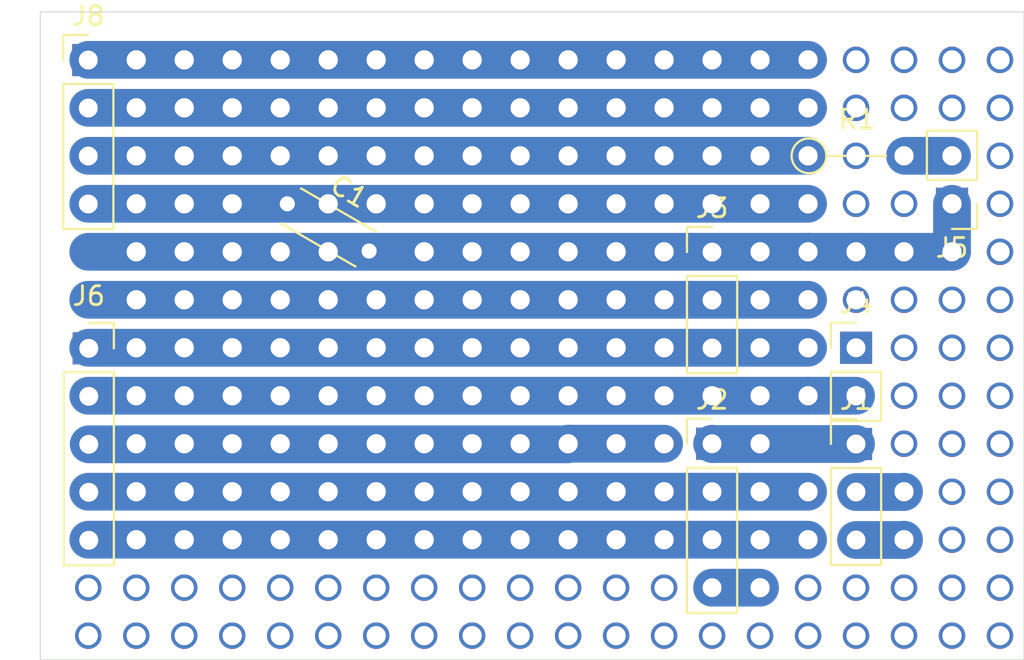
<source format=kicad_pcb>
(kicad_pcb (version 20240108) (generator "pcbnew") (generator_version "8.0")
  (layers (0 "F.Cu" signal) (1 "In1.Cu" jumper "J1.Cu") (2 "In2.Cu" jumper "J2.Cu") (3 "In3.Cu" jumper "J3.Cu") (4 "In4.Cu" jumper "J4.Cu") (5 "In5.Cu" jumper "J5.Cu") (6 "In6.Cu" jumper "J6.Cu") (7 "In7.Cu" jumper "J7.Cu") (8 "In8.Cu" jumper "J8.Cu") (31 "B.Cu" signal) (34 "B.Paste" user) (35 "F.Paste" user) (36 "B.SilkS" user "B.Silkscreen") (37 "F.SilkS" user "F.Silkscreen") (38 "B.Mask" user) (39 "F.Mask" user) (44 "Edge.Cuts" user))
  (net 0 "")
  (net 1 "/Inductive_12V")
  (net 2 "GND")
  (net 3 "+12V")
  (net 4 "/Ultrasonic.Echo")
  (net 5 "/Ultrasonic.Trigg")
  (net 6 "+3V3")
  (net 7 "/LDR+")
  (net 8 "/LED+")
  (net 9 "+5V")
  (net 10 "/SG90_PWM")
  (footprint "Capacitor_THT:C_Disc_D4.3mm_W1.9mm_P5.00mm" (layer "F.Cu") (at 113.074936 60.16 -30)
    (property "Reference" "C1" (at 2.5 -2.2 150) (layer "F.SilkS"))
    (property "Value" "100nF")
    (fp_line (start 0.23 1.07) (end 4.77 1.070001) (stroke (width 0.12)) (layer "F.SilkS"))
    (fp_line (start 0.23 1.055) (end 0.23 1.07) (stroke (width 0.12)) (layer "F.SilkS"))
    (fp_line (start 0.23 -1.070001) (end 0.23 -1.055) (stroke (width 0.12)) (layer "F.SilkS"))
    (fp_line (start 0.23 -1.070001) (end 4.770001 -1.07) (stroke (width 0.12)) (layer "F.SilkS"))
    (fp_line (start 4.77 1.055) (end 4.77 1.070001) (stroke (width 0.12)) (layer "F.SilkS"))
    (fp_line (start 4.770001 -1.07) (end 4.77 -1.055) (stroke (width 0.12)) (layer "F.SilkS"))
    (pad "1" thru_hole circle (at 0 0 330) (size 1.6 1.6) (drill 0.8) (layers "*.Cu" "*.Mask") (net 6 "+3V3"))
    (pad "2" thru_hole circle (at 5 0 330) (size 1.6 1.6) (drill 0.8) (layers "*.Cu" "*.Mask") (net 2 "GND"))
  )
  (footprint "Connector_PinHeader_2.54mm:PinHeader_1x02_P2.54mm_Vertical" (layer "F.Cu") (at 143.18 67.78)
    (property "Reference" "J4" (at 0 -2.33 0) (layer "F.SilkS"))
    (property "Value" "LDR")
    (fp_line (start -1.33 -1.33) (end 0 -1.33) (stroke (width 0.12)) (layer "F.SilkS"))
    (fp_line (start -1.33 0) (end -1.33 -1.33) (stroke (width 0.12)) (layer "F.SilkS"))
    (fp_line (start -1.33 1.27) (end -1.33 3.87) (stroke (width 0.12)) (layer "F.SilkS"))
    (fp_line (start -1.33 1.27) (end 1.33 1.27) (stroke (width 0.12)) (layer "F.SilkS"))
    (fp_line (start -1.33 3.87) (end 1.33 3.87) (stroke (width 0.12)) (layer "F.SilkS"))
    (fp_line (start 1.33 1.27) (end 1.33 3.87) (stroke (width 0.12)) (layer "F.SilkS"))
    (pad "1" thru_hole rect (at 0 0) (size 1.7 1.7) (drill 1) (layers "*.Cu" "*.Mask") (net 2 "GND"))
    (pad "2" thru_hole oval (at 0 2.54) (size 1.7 1.7) (drill 1) (layers "*.Cu" "*.Mask") (net 7 "/LDR+"))
  )
  (footprint "Connector_PinHeader_2.54mm:PinHeader_1x03_P2.54mm_Vertical" (layer "F.Cu") (at 135.56 62.715)
    (property "Reference" "J3" (at 0 -2.33 0) (layer "F.SilkS"))
    (property "Value" "Conn_01x03")
    (fp_line (start -1.33 -1.33) (end 0 -1.33) (stroke (width 0.12)) (layer "F.SilkS"))
    (fp_line (start -1.33 0) (end -1.33 -1.33) (stroke (width 0.12)) (layer "F.SilkS"))
    (fp_line (start -1.33 1.27) (end -1.33 6.41) (stroke (width 0.12)) (layer "F.SilkS"))
    (fp_line (start -1.33 1.27) (end 1.33 1.27) (stroke (width 0.12)) (layer "F.SilkS"))
    (fp_line (start -1.33 6.41) (end 1.33 6.41) (stroke (width 0.12)) (layer "F.SilkS"))
    (fp_line (start 1.33 1.27) (end 1.33 6.41) (stroke (width 0.12)) (layer "F.SilkS"))
    (pad "1" thru_hole rect (at 0 0) (size 1.7 1.7) (drill 1) (layers "*.Cu" "*.Mask") (net 2 "GND"))
    (pad "2" thru_hole oval (at 0 2.54) (size 1.7 1.7) (drill 1) (layers "*.Cu" "*.Mask") (net 9 "+5V"))
    (pad "3" thru_hole oval (at 0 5.08) (size 1.7 1.7) (drill 1) (layers "*.Cu" "*.Mask") (net 10 "/SG90_PWM"))
  )
  (footprint "Connector_PinSocket_2.54mm:PinSocket_1x05_P2.54mm_Vertical" (layer "F.Cu") (at 102.565 67.81)
    (property "Reference" "J6" (at 0 -2.77 0) (layer "F.SilkS"))
    (property "Value" "MCU")
    (fp_line (start -1.33 1.27) (end -1.33 11.49) (stroke (width 0.12)) (layer "F.SilkS"))
    (fp_line (start -1.33 1.27) (end 1.33 1.27) (stroke (width 0.12)) (layer "F.SilkS"))
    (fp_line (start -1.33 11.49) (end 1.33 11.49) (stroke (width 0.12)) (layer "F.SilkS"))
    (fp_line (start 0 -1.33) (end 1.33 -1.33) (stroke (width 0.12)) (layer "F.SilkS"))
    (fp_line (start 1.33 -1.33) (end 1.33 0) (stroke (width 0.12)) (layer "F.SilkS"))
    (fp_line (start 1.33 1.27) (end 1.33 11.49) (stroke (width 0.12)) (layer "F.SilkS"))
    (pad "1" thru_hole rect (at 0 0) (size 1.7 1.7) (drill 1) (layers "*.Cu" "*.Mask") (net 10 "/SG90_PWM"))
    (pad "2" thru_hole oval (at 0 2.54) (size 1.7 1.7) (drill 1) (layers "*.Cu" "*.Mask") (net 7 "/LDR+"))
    (pad "3" thru_hole oval (at 0 5.08) (size 1.7 1.7) (drill 1) (layers "*.Cu" "*.Mask") (net 1 "/Inductive_12V"))
    (pad "4" thru_hole oval (at 0 7.62) (size 1.7 1.7) (drill 1) (layers "*.Cu" "*.Mask") (net 4 "/Ultrasonic.Echo"))
    (pad "5" thru_hole oval (at 0 10.16) (size 1.7 1.7) (drill 1) (layers "*.Cu" "*.Mask") (net 5 "/Ultrasonic.Trigg"))
  )
  (footprint "Connector_PinHeader_2.54mm:PinHeader_1x04_P2.54mm_Vertical" (layer "F.Cu") (at 135.56 72.86)
    (property "Reference" "J2" (at 0 -2.33 0) (layer "F.SilkS"))
    (property "Value" "Ultrasonic")
    (fp_line (start -1.33 -1.33) (end 0 -1.33) (stroke (width 0.12)) (layer "F.SilkS"))
    (fp_line (start -1.33 0) (end -1.33 -1.33) (stroke (width 0.12)) (layer "F.SilkS"))
    (fp_line (start -1.33 1.27) (end -1.33 8.95) (stroke (width 0.12)) (layer "F.SilkS"))
    (fp_line (start -1.33 1.27) (end 1.33 1.27) (stroke (width 0.12)) (layer "F.SilkS"))
    (fp_line (start -1.33 8.95) (end 1.33 8.95) (stroke (width 0.12)) (layer "F.SilkS"))
    (fp_line (start 1.33 1.27) (end 1.33 8.95) (stroke (width 0.12)) (layer "F.SilkS"))
    (pad "1" thru_hole rect (at 0 0) (size 1.7 1.7) (drill 1) (layers "*.Cu" "*.Mask") (net 2 "GND"))
    (pad "2" thru_hole oval (at 0 2.54) (size 1.7 1.7) (drill 1) (layers "*.Cu" "*.Mask") (net 4 "/Ultrasonic.Echo"))
    (pad "3" thru_hole oval (at 0 5.08) (size 1.7 1.7) (drill 1) (layers "*.Cu" "*.Mask") (net 5 "/Ultrasonic.Trigg"))
    (pad "4" thru_hole oval (at 0 7.62) (size 1.7 1.7) (drill 1) (layers "*.Cu" "*.Mask") (net 6 "+3V3"))
  )
  (footprint "Connector_PinHeader_2.54mm:PinHeader_1x02_P2.54mm_Vertical" (layer "F.Cu") (at 148.26 60.16 180)
    (property "Reference" "J5" (at 0 -2.33 180) (layer "F.SilkS"))
    (property "Value" "LED")
    (fp_line (start 1.33 1.27) (end 1.33 3.87) (stroke (width 0.12)) (layer "F.SilkS"))
    (fp_line (start -1.33 3.87) (end 1.33 3.87) (stroke (width 0.12)) (layer "F.SilkS"))
    (fp_line (start -1.33 1.27) (end 1.33 1.27) (stroke (width 0.12)) (layer "F.SilkS"))
    (fp_line (start -1.33 1.27) (end -1.33 3.87) (stroke (width 0.12)) (layer "F.SilkS"))
    (fp_line (start -1.33 0) (end -1.33 -1.33) (stroke (width 0.12)) (layer "F.SilkS"))
    (fp_line (start -1.33 -1.33) (end 0 -1.33) (stroke (width 0.12)) (layer "F.SilkS"))
    (pad "1" thru_hole rect (at 0 0 180) (size 1.7 1.7) (drill 1) (layers "*.Cu" "*.Mask") (net 2 "GND"))
    (pad "2" thru_hole oval (at 0 2.54 180) (size 1.7 1.7) (drill 1) (layers "*.Cu" "*.Mask") (net 8 "/LED+"))
  )
  (footprint "Connector_PinHeader_2.54mm:PinHeader_1x04_P2.54mm_Vertical" (layer "F.Cu") (at 102.54 52.55)
    (property "Reference" "J8" (at 0 -2.33 0) (layer "F.SilkS"))
    (property "Value" "Conn_01x04")
    (fp_line (start -1.33 -1.33) (end 0 -1.33) (stroke (width 0.12)) (layer "F.SilkS"))
    (fp_line (start -1.33 0) (end -1.33 -1.33) (stroke (width 0.12)) (layer "F.SilkS"))
    (fp_line (start -1.33 1.27) (end -1.33 8.95) (stroke (width 0.12)) (layer "F.SilkS"))
    (fp_line (start -1.33 1.27) (end 1.33 1.27) (stroke (width 0.12)) (layer "F.SilkS"))
    (fp_line (start -1.33 8.95) (end 1.33 8.95) (stroke (width 0.12)) (layer "F.SilkS"))
    (fp_line (start 1.33 1.27) (end 1.33 8.95) (stroke (width 0.12)) (layer "F.SilkS"))
    (pad "1" thru_hole rect (at 0 0) (size 1.7 1.7) (drill 1) (layers "*.Cu" "*.Mask") (net 2 "GND"))
    (pad "2" thru_hole oval (at 0 2.54) (size 1.7 1.7) (drill 1) (layers "*.Cu" "*.Mask") (net 3 "+12V"))
    (pad "3" thru_hole oval (at 0 5.08) (size 1.7 1.7) (drill 1) (layers "*.Cu" "*.Mask") (net 9 "+5V"))
    (pad "4" thru_hole oval (at 0 7.62) (size 1.7 1.7) (drill 1) (layers "*.Cu" "*.Mask") (net 6 "+3V3"))
  )
  (footprint "Resistor_THT:R_Axial_DIN0204_L3.6mm_D1.6mm_P5.08mm_Vertical" (layer "F.Cu") (at 140.69 57.62)
    (property "Reference" "R1" (at 2.54 -1.92 0) (layer "F.SilkS"))
    (property "Value" "250R")
    (fp_line (start 0.92 0) (end 4.08 0) (stroke (width 0.12)) (layer "F.SilkS"))
    (fp_circle (center 0 0) (end 0.92 0) (stroke (width 0.12)) (fill none) (layer "F.SilkS"))
    (pad "1" thru_hole circle (at 0 0) (size 1.4 1.4) (drill 0.7) (layers "*.Cu" "*.Mask") (net 9 "+5V"))
    (pad "2" thru_hole oval (at 5.08 0) (size 1.4 1.4) (drill 0.7) (layers "*.Cu" "*.Mask") (net 8 "/LED+"))
  )
  (footprint "Connector_PinHeader_2.54mm:PinHeader_1x03_P2.54mm_Vertical" (layer "F.Cu") (at 143.18 72.875)
    (property "Reference" "J1" (at 0 -2.33 0) (layer "F.SilkS"))
    (property "Value" "Inductive")
    (fp_line (start -1.33 -1.33) (end 0 -1.33) (stroke (width 0.12)) (layer "F.SilkS"))
    (fp_line (start -1.33 0) (end -1.33 -1.33) (stroke (width 0.12)) (layer "F.SilkS"))
    (fp_line (start -1.33 1.27) (end -1.33 6.41) (stroke (width 0.12)) (layer "F.SilkS"))
    (fp_line (start -1.33 1.27) (end 1.33 1.27) (stroke (width 0.12)) (layer "F.SilkS"))
    (fp_line (start -1.33 6.41) (end 1.33 6.41) (stroke (width 0.12)) (layer "F.SilkS"))
    (fp_line (start 1.33 1.27) (end 1.33 6.41) (stroke (width 0.12)) (layer "F.SilkS"))
    (pad "1" thru_hole rect (at 0 0) (size 1.7 1.7) (drill 1) (layers "*.Cu" "*.Mask") (net 2 "GND"))
    (pad "2" thru_hole oval (at 0 2.54) (size 1.7 1.7) (drill 1) (layers "*.Cu" "*.Mask") (net 1 "/Inductive_12V"))
    (pad "3" thru_hole oval (at 0 5.08) (size 1.7 1.7) (drill 1) (layers "*.Cu" "*.Mask") (net 3 "+12V"))
  )
  (gr_rect (start 100 50) (end 152.07 84.29) (stroke (width 0.05)) (fill none) (layer "Edge.Cuts"))
  (via (at 143.18 52.54) (size 1.4) (drill 1.02) (layers "F.Cu" "B.Cu") (net 0))
  (via (at 140.64 80.48) (size 1.4) (drill 1.02) (layers "F.Cu" "B.Cu") (net 0))
  (via (at 150.8 80.48) (size 1.4) (drill 1.02) (layers "F.Cu" "B.Cu") (net 0))
  (via (at 143.18 55.08) (size 1.4) (drill 1.02) (layers "F.Cu" "B.Cu") (net 0))
  (via (at 150.8 75.4) (size 1.4) (drill 1.02) (layers "F.Cu" "B.Cu") (net 0))
  (via (at 125.4 80.48) (size 1.4) (drill 1.02) (layers "F.Cu" "B.Cu") (net 0))
  (via (at 112.7 83.02) (size 1.4) (drill 1.02) (layers "F.Cu" "B.Cu") (net 0))
  (via (at 150.8 72.86) (size 1.4) (drill 1.02) (layers "F.Cu" "B.Cu") (net 0))
  (via (at 145.72 83.02) (size 1.4) (drill 1.02) (layers "F.Cu" "B.Cu") (net 0))
  (via (at 102.54 83.02) (size 1.4) (drill 1.02) (layers "F.Cu" "B.Cu") (net 0))
  (via (at 143.18 65.24) (size 1.4) (drill 1.02) (layers "F.Cu" "B.Cu") (net 0))
  (via (at 130.48 80.48) (size 1.4) (drill 1.02) (layers "F.Cu" "B.Cu") (net 0))
  (via (at 117.78 80.48) (size 1.4) (drill 1.02) (layers "F.Cu" "B.Cu") (net 0))
  (via (at 122.86 80.48) (size 1.4) (drill 1.02) (layers "F.Cu" "B.Cu") (net 0))
  (via (at 112.7 80.48) (size 1.4) (drill 1.02) (layers "F.Cu" "B.Cu") (net 0))
  (via (at 148.26 72.86) (size 1.4) (drill 1.02) (layers "F.Cu" "B.Cu") (net 0))
  (via (at 117.78 83.02) (size 1.4) (drill 1.02) (layers "F.Cu" "B.Cu") (net 0))
  (via (at 133.02 80.48) (size 1.4) (drill 1.02) (layers "F.Cu" "B.Cu") (net 0))
  (via (at 148.26 65.24) (size 1.4) (drill 1.02) (layers "F.Cu" "B.Cu") (net 0))
  (via (at 145.72 80.48) (size 1.4) (drill 1.02) (layers "F.Cu" "B.Cu") (net 0))
  (via (at 150.8 67.78) (size 1.4) (drill 1.02) (layers "F.Cu" "B.Cu") (net 0))
  (via (at 150.8 55.08) (size 1.4) (drill 1.02) (layers "F.Cu" "B.Cu") (net 0))
  (via (at 145.72 55.08) (size 1.4) (drill 1.02) (layers "F.Cu" "B.Cu") (net 0))
  (via (at 133.02 83.02) (size 1.4) (drill 1.02) (layers "F.Cu" "B.Cu") (net 0))
  (via (at 110.16 83.02) (size 1.4) (drill 1.02) (layers "F.Cu" "B.Cu") (net 0))
  (via (at 145.72 52.54) (size 1.4) (drill 1.02) (layers "F.Cu" "B.Cu") (net 0))
  (via (at 143.18 57.62) (size 1.4) (drill 1.02) (layers "F.Cu" "B.Cu") (net 0))
  (via (at 148.26 80.48) (size 1.4) (drill 1.02) (layers "F.Cu" "B.Cu") (net 0))
  (via (at 145.72 70.32) (size 1.4) (drill 1.02) (layers "F.Cu" "B.Cu") (net 0))
  (via (at 120.32 80.48) (size 1.4) (drill 1.02) (layers "F.Cu" "B.Cu") (net 0))
  (via (at 150.8 83.02) (size 1.4) (drill 1.02) (layers "F.Cu" "B.Cu") (net 0))
  (via (at 150.8 70.32) (size 1.4) (drill 1.02) (layers "F.Cu" "B.Cu") (net 0))
  (via (at 140.64 83.02) (size 1.4) (drill 1.02) (layers "F.Cu" "B.Cu") (net 0))
  (via (at 145.72 65.24) (size 1.4) (drill 1.02) (layers "F.Cu" "B.Cu") (net 0))
  (via (at 107.62 83.02) (size 1.4) (drill 1.02) (layers "F.Cu" "B.Cu") (net 0))
  (via (at 135.56 83.02) (size 1.4) (drill 1.02) (layers "F.Cu" "B.Cu") (net 0))
  (via (at 150.8 62.7) (size 1.4) (drill 1.02) (layers "F.Cu" "B.Cu") (net 0))
  (via (at 143.18 83.02) (size 1.4) (drill 1.02) (layers "F.Cu" "B.Cu") (net 0))
  (via (at 107.62 80.48) (size 1.4) (drill 1.02) (layers "F.Cu" "B.Cu") (net 0))
  (via (at 148.26 77.94) (size 1.4) (drill 1.02) (layers "F.Cu" "B.Cu") (net 0))
  (via (at 138.1 83.02) (size 1.4) (drill 1.02) (layers "F.Cu" "B.Cu") (net 0))
  (via (at 105.08 80.48) (size 1.4) (drill 1.02) (layers "F.Cu" "B.Cu") (net 0))
  (via (at 148.26 52.54) (size 1.4) (drill 1.02) (layers "F.Cu" "B.Cu") (net 0))
  (via (at 130.48 83.02) (size 1.4) (drill 1.02) (layers "F.Cu" "B.Cu") (net 0))
  (via (at 145.72 60.16) (size 1.4) (drill 1.02) (layers "F.Cu" "B.Cu") (net 0))
  (via (at 105.08 83.02) (size 1.4) (drill 1.02) (layers "F.Cu" "B.Cu") (net 0))
  (via (at 148.26 75.4) (size 1.4) (drill 1.02) (layers "F.Cu" "B.Cu") (net 0))
  (via (at 102.54 80.48) (size 1.4) (drill 1.02) (layers "F.Cu" "B.Cu") (net 0))
  (via (at 125.4 83.02) (size 1.4) (drill 1.02) (layers "F.Cu" "B.Cu") (net 0))
  (via (at 148.26 70.32) (size 1.4) (drill 1.02) (layers "F.Cu" "B.Cu") (net 0))
  (via (at 145.72 67.78) (size 1.4) (drill 1.02) (layers "F.Cu" "B.Cu") (net 0))
  (via (at 115.24 80.48) (size 1.4) (drill 1.02) (layers "F.Cu" "B.Cu") (net 0))
  (via (at 150.8 52.54) (size 1.4) (drill 1.02) (layers "F.Cu" "B.Cu") (net 0))
  (via (at 122.86 83.02) (size 1.4) (drill 1.02) (layers "F.Cu" "B.Cu") (net 0))
  (via (at 115.24 83.02) (size 1.4) (drill 1.02) (layers "F.Cu" "B.Cu") (net 0))
  (via (at 148.26 83.02) (size 1.4) (drill 1.02) (layers "F.Cu" "B.Cu") (net 0))
  (via (at 143.18 80.48) (size 1.4) (drill 1.02) (layers "F.Cu" "B.Cu") (net 0))
  (via (at 150.8 77.94) (size 1.4) (drill 1.02) (layers "F.Cu" "B.Cu") (net 0))
  (via (at 150.8 65.24) (size 1.4) (drill 1.02) (layers "F.Cu" "B.Cu") (net 0))
  (via (at 148.26 67.78) (size 1.4) (drill 1.02) (layers "F.Cu" "B.Cu") (net 0))
  (via (at 150.8 57.62) (size 1.4) (drill 1.02) (layers "F.Cu" "B.Cu") (net 0))
  (via (at 150.8 60.16) (size 1.4) (drill 1.02) (layers "F.Cu" "B.Cu") (net 0))
  (via (at 148.26 55.08) (size 1.4) (drill 1.02) (layers "F.Cu" "B.Cu") (net 0))
  (via (at 127.94 80.48) (size 1.4) (drill 1.02) (layers "F.Cu" "B.Cu") (net 0))
  (via (at 127.94 83.02) (size 1.4) (drill 1.02) (layers "F.Cu" "B.Cu") (net 0))
  (via (at 120.32 83.02) (size 1.4) (drill 1.02) (layers "F.Cu" "B.Cu") (net 0))
  (via (at 110.16 80.48) (size 1.4) (drill 1.02) (layers "F.Cu" "B.Cu") (net 0))
  (via (at 143.18 60.16) (size 1.4) (drill 1.02) (layers "F.Cu" "B.Cu") (net 0))
  (via (at 127.94 72.86) (size 1.4) (drill 1.02) (layers "F.Cu" "B.Cu") (net 1))
  (via (at 115.24 72.86) (size 1.4) (drill 1.02) (layers "F.Cu" "B.Cu") (net 1))
  (via (at 117.78 72.86) (size 1.4) (drill 1.02) (layers "F.Cu" "B.Cu") (net 1))
  (via (at 125.4 72.86) (size 1.4) (drill 1.02) (layers "F.Cu" "B.Cu") (net 1))
  (via (at 130.48 72.86) (size 1.4) (drill 1.02) (layers "F.Cu" "B.Cu") (net 1))
  (via (at 112.7 72.86) (size 1.4) (drill 1.02) (layers "F.Cu" "B.Cu") (net 1))
  (via (at 145.72 75.4) (size 1.4) (drill 1.02) (layers "F.Cu" "B.Cu") (net 1))
  (via (at 120.32 72.86) (size 1.4) (drill 1.02) (layers "F.Cu" "B.Cu") (net 1))
  (via (at 122.86 72.86) (size 1.4) (drill 1.02) (layers "F.Cu" "B.Cu") (net 1))
  (via (at 105.08 72.86) (size 1.4) (drill 1.02) (layers "F.Cu" "B.Cu") (net 1))
  (via (at 107.62 72.86) (size 1.4) (drill 1.02) (layers "F.Cu" "B.Cu") (net 1))
  (via (at 133.02 72.86) (size 1.4) (drill 1.02) (layers "F.Cu" "B.Cu") (net 1))
  (via (at 110.16 72.86) (size 1.4) (drill 1.02) (layers "F.Cu" "B.Cu") (net 1))
  (segment (start 102.565 72.89) (end 127.91 72.89) (width 2) (layer "B.Cu") (net 1))
  (segment (start 127.91 72.89) (end 127.94 72.86) (width 2) (layer "B.Cu") (net 1))
  (segment (start 127.94 72.86) (end 133.02 72.86) (width 2) (layer "B.Cu") (net 1))
  (segment (start 143.18 75.415) (end 145.705 75.415) (width 2) (layer "B.Cu") (net 1))
  (segment (start 145.705 75.415) (end 145.72 75.4) (width 2) (layer "B.Cu") (net 1))
  (via (at 133.02 62.7) (size 1.4) (drill 1.02) (layers "F.Cu" "B.Cu") (net 2))
  (via (at 140.64 62.7) (size 1.4) (drill 1.02) (layers "F.Cu" "B.Cu") (net 2))
  (via (at 138.1 62.7) (size 1.4) (drill 1.02) (layers "F.Cu" "B.Cu") (net 2))
  (via (at 105.08 52.54) (size 1.4) (drill 1.02) (layers "F.Cu" "B.Cu") (net 2))
  (via (at 125.4 52.54) (size 1.4) (drill 1.02) (layers "F.Cu" "B.Cu") (net 2))
  (via (at 148.26 62.7) (size 1.4) (drill 1.02) (layers "F.Cu" "B.Cu") (net 2))
  (via (at 135.56 52.54) (size 1.4) (drill 1.02) (layers "F.Cu" "B.Cu") (net 2))
  (via (at 140.64 52.54) (size 1.4) (drill 1.02) (layers "F.Cu" "B.Cu") (net 2))
  (via (at 112.7 52.54) (size 1.4) (drill 1.02) (layers "F.Cu" "B.Cu") (net 2))
  (via (at 145.72 72.86) (size 1.4) (drill 1.02) (layers "F.Cu" "B.Cu") (net 2))
  (via (at 133.02 52.54) (size 1.4) (drill 1.02) (layers "F.Cu" "B.Cu") (net 2))
  (via (at 120.32 62.7) (size 1.4) (drill 1.02) (layers "F.Cu" "B.Cu") (net 2))
  (via (at 122.86 52.54) (size 1.4) (drill 1.02) (layers "F.Cu" "B.Cu") (net 2))
  (via (at 115.24 52.54) (size 1.4) (drill 1.02) (layers "F.Cu" "B.Cu") (net 2))
  (via (at 130.48 62.7) (size 1.4) (drill 1.02) (layers "F.Cu" "B.Cu") (net 2))
  (via (at 115.24 62.7) (size 1.4) (drill 1.02) (layers "F.Cu" "B.Cu") (net 2))
  (via (at 105.08 62.7) (size 1.4) (drill 1.02) (layers "F.Cu" "B.Cu") (net 2))
  (via (at 122.86 62.7) (size 1.4) (drill 1.02) (layers "F.Cu" "B.Cu") (net 2))
  (via (at 117.78 52.54) (size 1.4) (drill 1.02) (layers "F.Cu" "B.Cu") (net 2))
  (via (at 130.48 52.54) (size 1.4) (drill 1.02) (layers "F.Cu" "B.Cu") (net 2))
  (via (at 143.18 62.7) (size 1.4) (drill 1.02) (layers "F.Cu" "B.Cu") (net 2))
  (via (at 120.32 52.54) (size 1.4) (drill 1.02) (layers "F.Cu" "B.Cu") (net 2))
  (via (at 110.16 62.7) (size 1.4) (drill 1.02) (layers "F.Cu" "B.Cu") (net 2))
  (via (at 138.1 52.54) (size 1.4) (drill 1.02) (layers "F.Cu" "B.Cu") (net 2))
  (via (at 145.72 62.7) (size 1.4) (drill 1.02) (layers "F.Cu" "B.Cu") (net 2))
  (via (at 107.62 52.54) (size 1.4) (drill 1.02) (layers "F.Cu" "B.Cu") (net 2))
  (via (at 110.16 52.54) (size 1.4) (drill 1.02) (layers "F.Cu" "B.Cu") (net 2))
  (via (at 112.7 62.7) (size 1.4) (drill 1.02) (layers "F.Cu" "B.Cu") (net 2))
  (via (at 138.1 72.86) (size 1.4) (drill 1.02) (layers "F.Cu" "B.Cu") (net 2))
  (via (at 127.94 52.54) (size 1.4) (drill 1.02) (layers "F.Cu" "B.Cu") (net 2))
  (via (at 125.4 62.7) (size 1.4) (drill 1.02) (layers "F.Cu" "B.Cu") (net 2))
  (via (at 148.26 60.16) (size 1.4) (drill 1.02) (layers "F.Cu" "B.Cu") (net 2))
  (via (at 107.62 62.7) (size 1.4) (drill 1.02) (layers "F.Cu" "B.Cu") (net 2))
  (via (at 127.94 62.7) (size 1.4) (drill 1.02) (layers "F.Cu" "B.Cu") (net 2))
  (segment (start 143.18 62.7) (end 140.64 62.7) (width 2) (layer "B.Cu") (net 2))
  (segment (start 135.575 72.875) (end 135.56 72.86) (width 2) (layer "B.Cu") (net 2))
  (segment (start 143.18 72.875) (end 135.575 72.875) (width 2) (layer "B.Cu") (net 2))
  (segment (start 148.26 62.7) (end 143.18 62.7) (width 2) (layer "B.Cu") (net 2))
  (segment (start 102.54 52.54) (end 140.64 52.54) (width 2) (layer "B.Cu") (net 2))
  (segment (start 102.54 62.7) (end 140.64 62.7) (width 2) (layer "B.Cu") (net 2))
  (segment (start 148.26 60.16) (end 148.26 62.7) (width 2) (layer "B.Cu") (net 2))
  (via (at 105.08 55.08) (size 1.4) (drill 1.02) (layers "F.Cu" "B.Cu") (net 3))
  (via (at 117.78 55.08) (size 1.4) (drill 1.02) (layers "F.Cu" "B.Cu") (net 3))
  (via (at 115.24 55.08) (size 1.4) (drill 1.02) (layers "F.Cu" "B.Cu") (net 3))
  (via (at 112.7 55.08) (size 1.4) (drill 1.02) (layers "F.Cu" "B.Cu") (net 3))
  (via (at 110.16 55.08) (size 1.4) (drill 1.02) (layers "F.Cu" "B.Cu") (net 3))
  (via (at 140.64 55.08) (size 1.4) (drill 1.02) (layers "F.Cu" "B.Cu") (net 3))
  (via (at 127.94 55.08) (size 1.4) (drill 1.02) (layers "F.Cu" "B.Cu") (net 3))
  (via (at 135.56 55.08) (size 1.4) (drill 1.02) (layers "F.Cu" "B.Cu") (net 3))
  (via (at 125.4 55.08) (size 1.4) (drill 1.02) (layers "F.Cu" "B.Cu") (net 3))
  (via (at 107.62 55.08) (size 1.4) (drill 1.02) (layers "F.Cu" "B.Cu") (net 3))
  (via (at 130.48 55.08) (size 1.4) (drill 1.02) (layers "F.Cu" "B.Cu") (net 3))
  (via (at 122.86 55.08) (size 1.4) (drill 1.02) (layers "F.Cu" "B.Cu") (net 3))
  (via (at 145.72 77.94) (size 1.4) (drill 1.02) (layers "F.Cu" "B.Cu") (net 3))
  (via (at 120.32 55.08) (size 1.4) (drill 1.02) (layers "F.Cu" "B.Cu") (net 3))
  (via (at 138.1 55.08) (size 1.4) (drill 1.02) (layers "F.Cu" "B.Cu") (net 3))
  (via (at 133.02 55.08) (size 1.4) (drill 1.02) (layers "F.Cu" "B.Cu") (net 3))
  (segment (start 145.705 77.955) (end 145.72 77.94) (width 2) (layer "B.Cu") (net 3))
  (segment (start 143.18 77.955) (end 145.705 77.955) (width 2) (layer "B.Cu") (net 3))
  (segment (start 102.54 55.08) (end 140.64 55.08) (width 2) (layer "B.Cu") (net 3))
  (via (at 105.08 75.4) (size 1.4) (drill 1.02) (layers "F.Cu" "B.Cu") (net 4))
  (via (at 140.64 75.4) (size 1.4) (drill 1.02) (layers "F.Cu" "B.Cu") (net 4))
  (via (at 122.86 75.4) (size 1.4) (drill 1.02) (layers "F.Cu" "B.Cu") (net 4))
  (via (at 120.32 75.4) (size 1.4) (drill 1.02) (layers "F.Cu" "B.Cu") (net 4))
  (via (at 125.4 75.4) (size 1.4) (drill 1.02) (layers "F.Cu" "B.Cu") (net 4))
  (via (at 130.48 75.4) (size 1.4) (drill 1.02) (layers "F.Cu" "B.Cu") (net 4))
  (via (at 133.02 75.4) (size 1.4) (drill 1.02) (layers "F.Cu" "B.Cu") (net 4))
  (via (at 112.7 75.4) (size 1.4) (drill 1.02) (layers "F.Cu" "B.Cu") (net 4))
  (via (at 138.1 75.4) (size 1.4) (drill 1.02) (layers "F.Cu" "B.Cu") (net 4))
  (via (at 117.78 75.4) (size 1.4) (drill 1.02) (layers "F.Cu" "B.Cu") (net 4))
  (via (at 110.16 75.4) (size 1.4) (drill 1.02) (layers "F.Cu" "B.Cu") (net 4))
  (via (at 107.62 75.4) (size 1.4) (drill 1.02) (layers "F.Cu" "B.Cu") (net 4))
  (via (at 115.24 75.4) (size 1.4) (drill 1.02) (layers "F.Cu" "B.Cu") (net 4))
  (via (at 127.94 75.4) (size 1.4) (drill 1.02) (layers "F.Cu" "B.Cu") (net 4))
  (segment (start 102.54 75.4) (end 140.64 75.4) (width 2) (layer "B.Cu") (net 4))
  (via (at 138.1 77.94) (size 1.4) (drill 1.02) (layers "F.Cu" "B.Cu") (net 5))
  (via (at 112.7 77.94) (size 1.4) (drill 1.02) (layers "F.Cu" "B.Cu") (net 5))
  (via (at 110.16 77.94) (size 1.4) (drill 1.02) (layers "F.Cu" "B.Cu") (net 5))
  (via (at 120.32 77.94) (size 1.4) (drill 1.02) (layers "F.Cu" "B.Cu") (net 5))
  (via (at 105.08 77.94) (size 1.4) (drill 1.02) (layers "F.Cu" "B.Cu") (net 5))
  (via (at 107.62 77.94) (size 1.4) (drill 1.02) (layers "F.Cu" "B.Cu") (net 5))
  (via (at 115.24 77.94) (size 1.4) (drill 1.02) (layers "F.Cu" "B.Cu") (net 5))
  (via (at 133.02 77.94) (size 1.4) (drill 1.02) (layers "F.Cu" "B.Cu") (net 5))
  (via (at 117.78 77.94) (size 1.4) (drill 1.02) (layers "F.Cu" "B.Cu") (net 5))
  (via (at 122.86 77.94) (size 1.4) (drill 1.02) (layers "F.Cu" "B.Cu") (net 5))
  (via (at 125.4 77.94) (size 1.4) (drill 1.02) (layers "F.Cu" "B.Cu") (net 5))
  (via (at 127.94 77.94) (size 1.4) (drill 1.02) (layers "F.Cu" "B.Cu") (net 5))
  (via (at 130.48 77.94) (size 1.4) (drill 1.02) (layers "F.Cu" "B.Cu") (net 5))
  (via (at 140.64 77.94) (size 1.4) (drill 1.02) (layers "F.Cu" "B.Cu") (net 5))
  (segment (start 102.54 77.94) (end 140.64 77.94) (width 2) (layer "B.Cu") (net 5))
  (via (at 133.02 60.16) (size 1.4) (drill 1.02) (layers "F.Cu" "B.Cu") (net 6))
  (via (at 120.32 60.16) (size 1.4) (drill 1.02) (layers "F.Cu" "B.Cu") (net 6))
  (via (at 130.48 60.16) (size 1.4) (drill 1.02) (layers "F.Cu" "B.Cu") (net 6))
  (via (at 127.94 60.16) (size 1.4) (drill 1.02) (layers "F.Cu" "B.Cu") (net 6))
  (via (at 115.24 60.16) (size 1.4) (drill 1.02) (layers "F.Cu" "B.Cu") (net 6))
  (via (at 138.1 80.48) (size 1.4) (drill 1.02) (layers "F.Cu" "B.Cu") (net 6))
  (via (at 107.62 60.16) (size 1.4) (drill 1.02) (layers "F.Cu" "B.Cu") (net 6))
  (via (at 125.4 60.16) (size 1.4) (drill 1.02) (layers "F.Cu" "B.Cu") (net 6))
  (via (at 138.1 60.16) (size 1.4) (drill 1.02) (layers "F.Cu" "B.Cu") (net 6))
  (via (at 117.78 60.16) (size 1.4) (drill 1.02) (layers "F.Cu" "B.Cu") (net 6))
  (via (at 105.08 60.16) (size 1.4) (drill 1.02) (layers "F.Cu" "B.Cu") (net 6))
  (via (at 110.16 60.16) (size 1.4) (drill 1.02) (layers "F.Cu" "B.Cu") (net 6))
  (via (at 122.86 60.16) (size 1.4) (drill 1.02) (layers "F.Cu" "B.Cu") (net 6))
  (via (at 135.56 60.16) (size 1.4) (drill 1.02) (layers "F.Cu" "B.Cu") (net 6))
  (via (at 140.64 60.16) (size 1.4) (drill 1.02) (layers "F.Cu" "B.Cu") (net 6))
  (segment (start 102.54 60.16) (end 140.64 60.16) (width 2) (layer "B.Cu") (net 6))
  (segment (start 135.56 80.48) (end 138.1 80.48) (width 2) (layer "B.Cu") (net 6))
  (via (at 125.4 70.32) (size 1.4) (drill 1.02) (layers "F.Cu" "B.Cu") (net 7))
  (via (at 130.48 70.32) (size 1.4) (drill 1.02) (layers "F.Cu" "B.Cu") (net 7))
  (via (at 133.02 70.32) (size 1.4) (drill 1.02) (layers "F.Cu" "B.Cu") (net 7))
  (via (at 143.18 70.32) (size 1.4) (drill 1.02) (layers "F.Cu" "B.Cu") (net 7))
  (via (at 105.08 70.32) (size 1.4) (drill 1.02) (layers "F.Cu" "B.Cu") (net 7))
  (via (at 122.86 70.32) (size 1.4) (drill 1.02) (layers "F.Cu" "B.Cu") (net 7))
  (via (at 107.62 70.32) (size 1.4) (drill 1.02) (layers "F.Cu" "B.Cu") (net 7))
  (via (at 127.94 70.32) (size 1.4) (drill 1.02) (layers "F.Cu" "B.Cu") (net 7))
  (via (at 138.1 70.32) (size 1.4) (drill 1.02) (layers "F.Cu" "B.Cu") (net 7))
  (via (at 135.56 70.32) (size 1.4) (drill 1.02) (layers "F.Cu" "B.Cu") (net 7))
  (via (at 115.24 70.32) (size 1.4) (drill 1.02) (layers "F.Cu" "B.Cu") (net 7))
  (via (at 112.7 70.32) (size 1.4) (drill 1.02) (layers "F.Cu" "B.Cu") (net 7))
  (via (at 110.16 70.32) (size 1.4) (drill 1.02) (layers "F.Cu" "B.Cu") (net 7))
  (via (at 120.32 70.32) (size 1.4) (drill 1.02) (layers "F.Cu" "B.Cu") (net 7))
  (via (at 140.64 70.32) (size 1.4) (drill 1.02) (layers "F.Cu" "B.Cu") (net 7))
  (via (at 117.78 70.32) (size 1.4) (drill 1.02) (layers "F.Cu" "B.Cu") (net 7))
  (segment (start 102.54 70.32) (end 140.64 70.32) (width 2) (layer "B.Cu") (net 7))
  (segment (start 140.64 70.32) (end 143.18 70.32) (width 2) (layer "B.Cu") (net 7))
  (via (at 148.26 57.62) (size 1.4) (drill 1.02) (layers "F.Cu" "B.Cu") (net 8))
  (via (at 145.72 57.62) (size 1.4) (drill 1.02) (layers "F.Cu" "B.Cu") (net 8))
  (segment (start 148.26 57.62) (end 145.77 57.62) (width 2) (layer "B.Cu") (net 8))
  (via (at 140.64 65.24) (size 1.4) (drill 1.02) (layers "F.Cu" "B.Cu") (net 9))
  (via (at 107.62 57.62) (size 1.4) (drill 1.02) (layers "F.Cu" "B.Cu") (net 9))
  (via (at 117.78 57.62) (size 1.4) (drill 1.02) (layers "F.Cu" "B.Cu") (net 9))
  (via (at 120.32 57.62) (size 1.4) (drill 1.02) (layers "F.Cu" "B.Cu") (net 9))
  (via (at 122.86 57.62) (size 1.4) (drill 1.02) (layers "F.Cu" "B.Cu") (net 9))
  (via (at 107.62 65.24) (size 1.4) (drill 1.02) (layers "F.Cu" "B.Cu") (net 9))
  (via (at 140.64 57.62) (size 1.4) (drill 1.02) (layers "F.Cu" "B.Cu") (net 9))
  (via (at 122.86 65.24) (size 1.4) (drill 1.02) (layers "F.Cu" "B.Cu") (net 9))
  (via (at 105.08 65.24) (size 1.4) (drill 1.02) (layers "F.Cu" "B.Cu") (net 9))
  (via (at 110.16 57.62) (size 1.4) (drill 1.02) (layers "F.Cu" "B.Cu") (net 9))
  (via (at 135.56 57.62) (size 1.4) (drill 1.02) (layers "F.Cu" "B.Cu") (net 9))
  (via (at 115.24 57.62) (size 1.4) (drill 1.02) (layers "F.Cu" "B.Cu") (net 9))
  (via (at 138.1 65.24) (size 1.4) (drill 1.02) (layers "F.Cu" "B.Cu") (net 9))
  (via (at 117.78 65.24) (size 1.4) (drill 1.02) (layers "F.Cu" "B.Cu") (net 9))
  (via (at 112.7 57.62) (size 1.4) (drill 1.02) (layers "F.Cu" "B.Cu") (net 9))
  (via (at 120.32 65.24) (size 1.4) (drill 1.02) (layers "F.Cu" "B.Cu") (net 9))
  (via (at 105.08 57.62) (size 1.4) (drill 1.02) (layers "F.Cu" "B.Cu") (net 9))
  (via (at 127.94 65.24) (size 1.4) (drill 1.02) (layers "F.Cu" "B.Cu") (net 9))
  (via (at 133.02 57.62) (size 1.4) (drill 1.02) (layers "F.Cu" "B.Cu") (net 9))
  (via (at 110.16 65.24) (size 1.4) (drill 1.02) (layers "F.Cu" "B.Cu") (net 9))
  (via (at 130.48 57.62) (size 1.4) (drill 1.02) (layers "F.Cu" "B.Cu") (net 9))
  (via (at 112.7 65.24) (size 1.4) (drill 1.02) (layers "F.Cu" "B.Cu") (net 9))
  (via (at 127.94 57.62) (size 1.4) (drill 1.02) (layers "F.Cu" "B.Cu") (net 9))
  (via (at 125.4 57.62) (size 1.4) (drill 1.02) (layers "F.Cu" "B.Cu") (net 9))
  (via (at 115.24 65.24) (size 1.4) (drill 1.02) (layers "F.Cu" "B.Cu") (net 9))
  (via (at 133.02 65.24) (size 1.4) (drill 1.02) (layers "F.Cu" "B.Cu") (net 9))
  (via (at 138.1 57.62) (size 1.4) (drill 1.02) (layers "F.Cu" "B.Cu") (net 9))
  (via (at 125.4 65.24) (size 1.4) (drill 1.02) (layers "F.Cu" "B.Cu") (net 9))
  (via (at 130.48 65.24) (size 1.4) (drill 1.02) (layers "F.Cu" "B.Cu") (net 9))
  (segment (start 102.54 65.24) (end 140.64 65.24) (width 2) (layer "B.Cu") (net 9))
  (segment (start 102.54 57.62) (end 140.64 57.62) (width 2) (layer "B.Cu") (net 9))
  (via (at 122.86 67.78) (size 1.4) (drill 1.02) (layers "F.Cu" "B.Cu") (net 10))
  (via (at 133.02 67.78) (size 1.4) (drill 1.02) (layers "F.Cu" "B.Cu") (net 10))
  (via (at 130.48 67.78) (size 1.4) (drill 1.02) (layers "F.Cu" "B.Cu") (net 10))
  (via (at 117.78 67.78) (size 1.4) (drill 1.02) (layers "F.Cu" "B.Cu") (net 10))
  (via (at 125.4 67.78) (size 1.4) (drill 1.02) (layers "F.Cu" "B.Cu") (net 10))
  (via (at 107.62 67.78) (size 1.4) (drill 1.02) (layers "F.Cu" "B.Cu") (net 10))
  (via (at 112.7 67.78) (size 1.4) (drill 1.02) (layers "F.Cu" "B.Cu") (net 10))
  (via (at 127.94 67.78) (size 1.4) (drill 1.02) (layers "F.Cu" "B.Cu") (net 10))
  (via (at 115.24 67.78) (size 1.4) (drill 1.02) (layers "F.Cu" "B.Cu") (net 10))
  (via (at 138.1 67.78) (size 1.4) (drill 1.02) (layers "F.Cu" "B.Cu") (net 10))
  (via (at 140.64 67.78) (size 1.4) (drill 1.02) (layers "F.Cu" "B.Cu") (net 10))
  (via (at 120.32 67.78) (size 1.4) (drill 1.02) (layers "F.Cu" "B.Cu") (net 10))
  (via (at 105.08 67.78) (size 1.4) (drill 1.02) (layers "F.Cu" "B.Cu") (net 10))
  (via (at 110.16 67.78) (size 1.4) (drill 1.02) (layers "F.Cu" "B.Cu") (net 10))
  (segment (start 102.54 67.78) (end 140.64 67.78) (width 2) (layer "B.Cu") (net 10))
)
</source>
